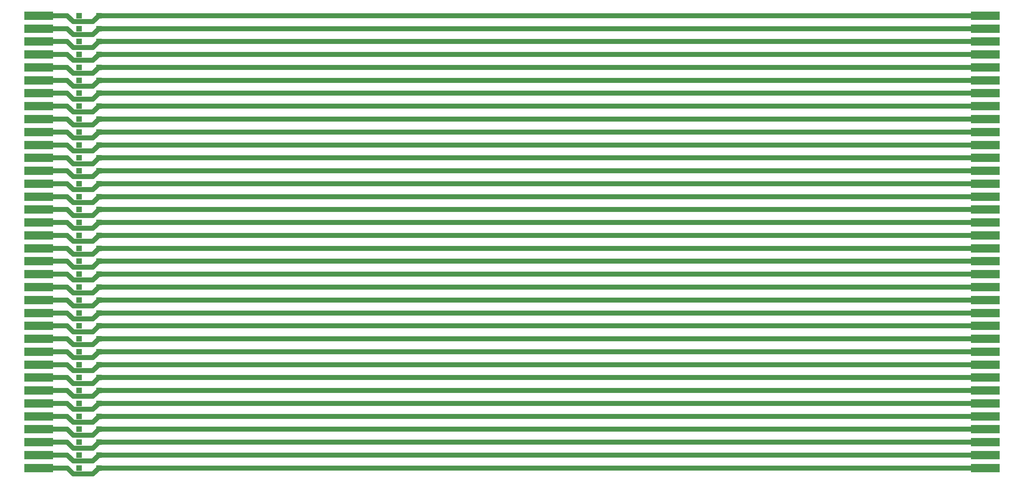
<source format=gbr>
%TF.GenerationSoftware,KiCad,Pcbnew,8.0.2*%
%TF.CreationDate,2024-05-24T22:49:43+02:00*%
%TF.ProjectId,Extender_72pin,45787465-6e64-4657-925f-373270696e2e,rev?*%
%TF.SameCoordinates,Original*%
%TF.FileFunction,Copper,L2,Bot*%
%TF.FilePolarity,Positive*%
%FSLAX46Y46*%
G04 Gerber Fmt 4.6, Leading zero omitted, Abs format (unit mm)*
G04 Created by KiCad (PCBNEW 8.0.2) date 2024-05-24 22:49:43*
%MOMM*%
%LPD*%
G01*
G04 APERTURE LIST*
%TA.AperFunction,SMDPad,CuDef*%
%ADD10R,8.800000X2.600000*%
%TD*%
%TA.AperFunction,ComponentPad*%
%ADD11R,1.700000X1.700000*%
%TD*%
%TA.AperFunction,Conductor*%
%ADD12C,1.500000*%
%TD*%
G04 APERTURE END LIST*
D10*
%TO.P,J2,1,Pin_1*%
%TO.N,/1*%
X57400000Y-181500000D03*
%TO.P,J2,2,Pin_2*%
%TO.N,/2*%
X57400000Y-177540000D03*
%TO.P,J2,3,Pin_3*%
%TO.N,/3*%
X57400000Y-173580000D03*
%TO.P,J2,4,Pin_4*%
%TO.N,/4*%
X57400000Y-169620000D03*
%TO.P,J2,5,Pin_5*%
%TO.N,/5*%
X57400000Y-165660000D03*
%TO.P,J2,6,Pin_6*%
%TO.N,/6*%
X57400000Y-161700000D03*
%TO.P,J2,7,Pin_7*%
%TO.N,/7*%
X57400000Y-157740000D03*
%TO.P,J2,8,Pin_8*%
%TO.N,/8*%
X57400000Y-153780000D03*
%TO.P,J2,9,Pin_9*%
%TO.N,/9*%
X57400000Y-149820000D03*
%TO.P,J2,10,Pin_10*%
%TO.N,/10*%
X57400000Y-145860000D03*
%TO.P,J2,11,Pin_11*%
%TO.N,/11*%
X57400000Y-141900000D03*
%TO.P,J2,12,Pin_12*%
%TO.N,/12*%
X57400000Y-137940000D03*
%TO.P,J2,13,Pin_13*%
%TO.N,/13*%
X57400000Y-133980000D03*
%TO.P,J2,14,Pin_14*%
%TO.N,/14*%
X57400000Y-130020000D03*
%TO.P,J2,15,Pin_15*%
%TO.N,/15*%
X57400000Y-126060000D03*
%TO.P,J2,16,Pin_16*%
%TO.N,/16*%
X57400000Y-122100000D03*
%TO.P,J2,17,Pin_17*%
%TO.N,/17*%
X57400000Y-118140000D03*
%TO.P,J2,18,Pin_18*%
%TO.N,/18*%
X57400000Y-114180000D03*
%TO.P,J2,19,Pin_19*%
%TO.N,/19*%
X57400000Y-110220000D03*
%TO.P,J2,20,Pin_20*%
%TO.N,/20*%
X57400000Y-106260000D03*
%TO.P,J2,21,Pin_21*%
%TO.N,/21*%
X57400000Y-102300000D03*
%TO.P,J2,22,Pin_22*%
%TO.N,/22*%
X57400000Y-98340000D03*
%TO.P,J2,23,Pin_23*%
%TO.N,/23*%
X57400000Y-94380000D03*
%TO.P,J2,24,Pin_24*%
%TO.N,/24*%
X57400000Y-90420000D03*
%TO.P,J2,25,Pin_25*%
%TO.N,/25*%
X57400000Y-86460000D03*
%TO.P,J2,26,Pin_26*%
%TO.N,/26*%
X57400000Y-82500000D03*
%TO.P,J2,27,Pin_27*%
%TO.N,/27*%
X57400000Y-78540000D03*
%TO.P,J2,28,Pin_28*%
%TO.N,/28*%
X57400000Y-74580000D03*
%TO.P,J2,29,Pin_29*%
%TO.N,/29*%
X57400000Y-70620000D03*
%TO.P,J2,30,Pin_30*%
%TO.N,/30*%
X57400000Y-66660000D03*
%TO.P,J2,31,Pin_31*%
%TO.N,/31*%
X57400000Y-62700000D03*
%TO.P,J2,32,Pin_32*%
%TO.N,/32*%
X57400000Y-58740000D03*
%TO.P,J2,33,Pin_33*%
%TO.N,/33*%
X57400000Y-54780000D03*
%TO.P,J2,34,Pin_34*%
%TO.N,/34*%
X57400000Y-50820000D03*
%TO.P,J2,35,Pin_35*%
%TO.N,/35*%
X57400000Y-46860000D03*
%TO.P,J2,36,Pin_36*%
%TO.N,/36*%
X57400000Y-42900000D03*
%TD*%
D11*
%TO.P,J74,1,Pin_1*%
%TO.N,/36*%
X75820000Y-42900000D03*
%TD*%
%TO.P,J54,1,Pin_1*%
%TO.N,/24*%
X75820000Y-90420000D03*
%TD*%
%TO.P,J66,1,Pin_1*%
%TO.N,/~{R}*%
X69730000Y-42900000D03*
%TD*%
%TO.P,J6,1,Pin_1*%
%TO.N,/D*%
X69730000Y-169620000D03*
%TD*%
%TO.P,J73,1,Pin_1*%
%TO.N,/35*%
X75820000Y-46860000D03*
%TD*%
%TO.P,J48,1,Pin_1*%
%TO.N,/18*%
X75820000Y-114180000D03*
%TD*%
%TO.P,J37,1,Pin_1*%
%TO.N,/7*%
X75820000Y-157740000D03*
%TD*%
D10*
%TO.P,J1,1,Pin_1*%
%TO.N,/1*%
X347290000Y-181500000D03*
%TO.P,J1,2,Pin_2*%
%TO.N,/2*%
X347290000Y-177540000D03*
%TO.P,J1,3,Pin_3*%
%TO.N,/3*%
X347290000Y-173580000D03*
%TO.P,J1,4,Pin_4*%
%TO.N,/4*%
X347290000Y-169620000D03*
%TO.P,J1,5,Pin_5*%
%TO.N,/5*%
X347290000Y-165660000D03*
%TO.P,J1,6,Pin_6*%
%TO.N,/6*%
X347290000Y-161700000D03*
%TO.P,J1,7,Pin_7*%
%TO.N,/7*%
X347290000Y-157740000D03*
%TO.P,J1,8,Pin_8*%
%TO.N,/8*%
X347290000Y-153780000D03*
%TO.P,J1,9,Pin_9*%
%TO.N,/9*%
X347290000Y-149820000D03*
%TO.P,J1,10,Pin_10*%
%TO.N,/10*%
X347290000Y-145860000D03*
%TO.P,J1,11,Pin_11*%
%TO.N,/11*%
X347290000Y-141900000D03*
%TO.P,J1,12,Pin_12*%
%TO.N,/12*%
X347290000Y-137940000D03*
%TO.P,J1,13,Pin_13*%
%TO.N,/13*%
X347290000Y-133980000D03*
%TO.P,J1,14,Pin_14*%
%TO.N,/14*%
X347290000Y-130020000D03*
%TO.P,J1,15,Pin_15*%
%TO.N,/15*%
X347290000Y-126060000D03*
%TO.P,J1,16,Pin_16*%
%TO.N,/16*%
X347290000Y-122100000D03*
%TO.P,J1,17,Pin_17*%
%TO.N,/17*%
X347290000Y-118140000D03*
%TO.P,J1,18,Pin_18*%
%TO.N,/18*%
X347290000Y-114180000D03*
%TO.P,J1,19,Pin_19*%
%TO.N,/19*%
X347290000Y-110220000D03*
%TO.P,J1,20,Pin_20*%
%TO.N,/20*%
X347290000Y-106260000D03*
%TO.P,J1,21,Pin_21*%
%TO.N,/21*%
X347290000Y-102300000D03*
%TO.P,J1,22,Pin_22*%
%TO.N,/22*%
X347290000Y-98340000D03*
%TO.P,J1,23,Pin_23*%
%TO.N,/23*%
X347290000Y-94380000D03*
%TO.P,J1,24,Pin_24*%
%TO.N,/24*%
X347290000Y-90420000D03*
%TO.P,J1,25,Pin_25*%
%TO.N,/25*%
X347290000Y-86460000D03*
%TO.P,J1,26,Pin_26*%
%TO.N,/26*%
X347290000Y-82500000D03*
%TO.P,J1,27,Pin_27*%
%TO.N,/27*%
X347290000Y-78540000D03*
%TO.P,J1,28,Pin_28*%
%TO.N,/28*%
X347290000Y-74580000D03*
%TO.P,J1,29,Pin_29*%
%TO.N,/29*%
X347290000Y-70620000D03*
%TO.P,J1,30,Pin_30*%
%TO.N,/30*%
X347290000Y-66660000D03*
%TO.P,J1,31,Pin_31*%
%TO.N,/31*%
X347290000Y-62700000D03*
%TO.P,J1,32,Pin_32*%
%TO.N,/32*%
X347290000Y-58740000D03*
%TO.P,J1,33,Pin_33*%
%TO.N,/33*%
X347290000Y-54780000D03*
%TO.P,J1,34,Pin_34*%
%TO.N,/34*%
X347290000Y-50820000D03*
%TO.P,J1,35,Pin_35*%
%TO.N,/35*%
X347290000Y-46860000D03*
%TO.P,J1,36,Pin_36*%
%TO.N,/36*%
X347290000Y-42900000D03*
%TD*%
D11*
%TO.P,J3,1,Pin_1*%
%TO.N,/A*%
X69730000Y-181500000D03*
%TD*%
%TO.P,J60,1,Pin_1*%
%TO.N,/~{K}*%
X69730000Y-62700000D03*
%TD*%
%TO.P,J28,1,Pin_1*%
%TO.N,/~{D}*%
X69730000Y-82500000D03*
%TD*%
%TO.P,J61,1,Pin_1*%
%TO.N,/~{L}*%
X69730000Y-58740000D03*
%TD*%
%TO.P,J51,1,Pin_1*%
%TO.N,/21*%
X75820000Y-102300000D03*
%TD*%
%TO.P,J27,1,Pin_1*%
%TO.N,/~{C}*%
X69730000Y-86460000D03*
%TD*%
%TO.P,J35,1,Pin_1*%
%TO.N,/5*%
X75820000Y-165660000D03*
%TD*%
%TO.P,J17,1,Pin_1*%
%TO.N,/S*%
X69730000Y-126060000D03*
%TD*%
%TO.P,J59,1,Pin_1*%
%TO.N,/~{J}*%
X69730000Y-66660000D03*
%TD*%
%TO.P,J55,1,Pin_1*%
%TO.N,/25*%
X75820000Y-86460000D03*
%TD*%
%TO.P,J23,1,Pin_1*%
%TO.N,/Y*%
X69730000Y-102300000D03*
%TD*%
%TO.P,J22,1,Pin_1*%
%TO.N,/X*%
X69730000Y-106260000D03*
%TD*%
%TO.P,J7,1,Pin_1*%
%TO.N,/E*%
X69730000Y-165660000D03*
%TD*%
%TO.P,J67,1,Pin_1*%
%TO.N,/29*%
X75820000Y-70620000D03*
%TD*%
%TO.P,J15,1,Pin_1*%
%TO.N,/P*%
X69730000Y-133980000D03*
%TD*%
%TO.P,J40,1,Pin_1*%
%TO.N,/10*%
X75820000Y-145860000D03*
%TD*%
%TO.P,J65,1,Pin_1*%
%TO.N,/~{F}*%
X69730000Y-74580000D03*
%TD*%
%TO.P,J21,1,Pin_1*%
%TO.N,/W*%
X69730000Y-110220000D03*
%TD*%
%TO.P,J11,1,Pin_1*%
%TO.N,/K*%
X69730000Y-149820000D03*
%TD*%
%TO.P,J68,1,Pin_1*%
%TO.N,/30*%
X75820000Y-66660000D03*
%TD*%
%TO.P,J12,1,Pin_1*%
%TO.N,/L*%
X69730000Y-145860000D03*
%TD*%
%TO.P,J29,1,Pin_1*%
%TO.N,/~{E}*%
X69730000Y-78540000D03*
%TD*%
%TO.P,J49,1,Pin_1*%
%TO.N,/19*%
X75820000Y-110220000D03*
%TD*%
%TO.P,J72,1,Pin_1*%
%TO.N,/34*%
X75820000Y-50820000D03*
%TD*%
%TO.P,J19,1,Pin_1*%
%TO.N,/U*%
X69730000Y-118140000D03*
%TD*%
%TO.P,J39,1,Pin_1*%
%TO.N,/9*%
X75820000Y-149820000D03*
%TD*%
%TO.P,J5,1,Pin_1*%
%TO.N,/C*%
X69730000Y-173580000D03*
%TD*%
%TO.P,J24,1,Pin_1*%
%TO.N,/Z*%
X69730000Y-98340000D03*
%TD*%
%TO.P,J8,1,Pin_1*%
%TO.N,/F*%
X69730000Y-161700000D03*
%TD*%
%TO.P,J38,1,Pin_1*%
%TO.N,/8*%
X75820000Y-153780000D03*
%TD*%
%TO.P,J9,1,Pin_1*%
%TO.N,/H*%
X69730000Y-157740000D03*
%TD*%
%TO.P,J69,1,Pin_1*%
%TO.N,/31*%
X75820000Y-62700000D03*
%TD*%
%TO.P,J71,1,Pin_1*%
%TO.N,/33*%
X75820000Y-54780000D03*
%TD*%
%TO.P,J47,1,Pin_1*%
%TO.N,/17*%
X75820000Y-118140000D03*
%TD*%
%TO.P,J33,1,Pin_1*%
%TO.N,/3*%
X75820000Y-173580000D03*
%TD*%
%TO.P,J13,1,Pin_1*%
%TO.N,/M*%
X69730000Y-141900000D03*
%TD*%
%TO.P,J18,1,Pin_1*%
%TO.N,/T*%
X69730000Y-122100000D03*
%TD*%
%TO.P,J16,1,Pin_1*%
%TO.N,/R*%
X69730000Y-130020000D03*
%TD*%
%TO.P,J36,1,Pin_1*%
%TO.N,/6*%
X75820000Y-161700000D03*
%TD*%
%TO.P,J43,1,Pin_1*%
%TO.N,/13*%
X75820000Y-133980000D03*
%TD*%
%TO.P,J10,1,Pin_1*%
%TO.N,/J*%
X69730000Y-153780000D03*
%TD*%
%TO.P,J32,1,Pin_1*%
%TO.N,/2*%
X75820000Y-177540000D03*
%TD*%
%TO.P,J50,1,Pin_1*%
%TO.N,/20*%
X75820000Y-106260000D03*
%TD*%
%TO.P,J52,1,Pin_1*%
%TO.N,/22*%
X75820000Y-98340000D03*
%TD*%
%TO.P,J44,1,Pin_1*%
%TO.N,/14*%
X75820000Y-130020000D03*
%TD*%
%TO.P,J4,1,Pin_1*%
%TO.N,/B*%
X69730000Y-177540000D03*
%TD*%
%TO.P,J56,1,Pin_1*%
%TO.N,/26*%
X75820000Y-82500000D03*
%TD*%
%TO.P,J25,1,Pin_1*%
%TO.N,/~{A}*%
X69730000Y-94380000D03*
%TD*%
%TO.P,J26,1,Pin_1*%
%TO.N,/~{B}*%
X69730000Y-90420000D03*
%TD*%
%TO.P,J53,1,Pin_1*%
%TO.N,/23*%
X75820000Y-94380000D03*
%TD*%
%TO.P,J63,1,Pin_1*%
%TO.N,/~{N}*%
X69730000Y-50820000D03*
%TD*%
%TO.P,J42,1,Pin_1*%
%TO.N,/12*%
X75820000Y-137940000D03*
%TD*%
%TO.P,J58,1,Pin_1*%
%TO.N,/28*%
X75820000Y-74580000D03*
%TD*%
%TO.P,J57,1,Pin_1*%
%TO.N,/27*%
X75820000Y-78540000D03*
%TD*%
%TO.P,J46,1,Pin_1*%
%TO.N,/16*%
X75820000Y-122100000D03*
%TD*%
%TO.P,J70,1,Pin_1*%
%TO.N,/32*%
X75820000Y-58740000D03*
%TD*%
%TO.P,J41,1,Pin_1*%
%TO.N,/11*%
X75820000Y-141900000D03*
%TD*%
%TO.P,J14,1,Pin_1*%
%TO.N,/N*%
X69730000Y-137940000D03*
%TD*%
%TO.P,J34,1,Pin_1*%
%TO.N,/4*%
X75820000Y-169620000D03*
%TD*%
%TO.P,J45,1,Pin_1*%
%TO.N,/15*%
X75820000Y-126060000D03*
%TD*%
%TO.P,J20,1,Pin_1*%
%TO.N,/V*%
X69730000Y-114180000D03*
%TD*%
%TO.P,J31,1,Pin_1*%
%TO.N,/1*%
X75820000Y-181500000D03*
%TD*%
%TO.P,J64,1,Pin_1*%
%TO.N,/~{P}*%
X69730000Y-46860000D03*
%TD*%
%TO.P,J30,1,Pin_1*%
%TO.N,/~{H}*%
X69730000Y-70620000D03*
%TD*%
%TO.P,J62,1,Pin_1*%
%TO.N,/~{M}*%
X69730000Y-54780000D03*
%TD*%
D12*
%TO.N,/36*%
X75820000Y-42900000D02*
X347290000Y-42900000D01*
%TO.N,/35*%
X347290000Y-46860000D02*
X75820000Y-46860000D01*
%TO.N,/34*%
X75820000Y-50820000D02*
X347290000Y-50820000D01*
%TO.N,/33*%
X347290000Y-54780000D02*
X75820000Y-54780000D01*
%TO.N,/32*%
X75820000Y-58740000D02*
X347290000Y-58740000D01*
%TO.N,/31*%
X347290000Y-62700000D02*
X75820000Y-62700000D01*
%TO.N,/30*%
X75820000Y-66660000D02*
X347290000Y-66660000D01*
%TO.N,/29*%
X347290000Y-70620000D02*
X75820000Y-70620000D01*
%TO.N,/28*%
X75820000Y-74580000D02*
X347290000Y-74580000D01*
%TO.N,/27*%
X347290000Y-78540000D02*
X75820000Y-78540000D01*
%TO.N,/26*%
X75820000Y-82500000D02*
X347290000Y-82500000D01*
%TO.N,/25*%
X347290000Y-86460000D02*
X75820000Y-86460000D01*
%TO.N,/24*%
X75820000Y-90420000D02*
X347290000Y-90420000D01*
%TO.N,/23*%
X347290000Y-94380000D02*
X75820000Y-94380000D01*
%TO.N,/22*%
X75820000Y-98340000D02*
X347290000Y-98340000D01*
%TO.N,/21*%
X347290000Y-102300000D02*
X75820000Y-102300000D01*
%TO.N,/20*%
X75820000Y-106260000D02*
X347290000Y-106260000D01*
%TO.N,/19*%
X347290000Y-110220000D02*
X75820000Y-110220000D01*
%TO.N,/18*%
X347290000Y-114180000D02*
X75820000Y-114180000D01*
%TO.N,/17*%
X75820000Y-118140000D02*
X347290000Y-118140000D01*
%TO.N,/16*%
X347290000Y-122100000D02*
X75820000Y-122100000D01*
%TO.N,/15*%
X75820000Y-126060000D02*
X347290000Y-126060000D01*
%TO.N,/14*%
X347290000Y-130020000D02*
X75820000Y-130020000D01*
%TO.N,/13*%
X75820000Y-133980000D02*
X347290000Y-133980000D01*
%TO.N,/12*%
X347290000Y-137940000D02*
X75820000Y-137940000D01*
%TO.N,/11*%
X75820000Y-141900000D02*
X347290000Y-141900000D01*
%TO.N,/10*%
X347290000Y-145860000D02*
X75820000Y-145860000D01*
%TO.N,/9*%
X75820000Y-149820000D02*
X347290000Y-149820000D01*
%TO.N,/8*%
X347290000Y-153780000D02*
X75820000Y-153780000D01*
%TO.N,/7*%
X75820000Y-157740000D02*
X347290000Y-157740000D01*
%TO.N,/6*%
X347290000Y-161700000D02*
X75820000Y-161700000D01*
%TO.N,/5*%
X75820000Y-165660000D02*
X347290000Y-165660000D01*
%TO.N,/4*%
X347290000Y-169620000D02*
X75820000Y-169620000D01*
%TO.N,/3*%
X75820000Y-173580000D02*
X347290000Y-173580000D01*
%TO.N,/2*%
X347290000Y-177540000D02*
X75820000Y-177540000D01*
%TO.N,/1*%
X75820000Y-181500000D02*
X347290000Y-181500000D01*
X57400000Y-181500000D02*
X57420000Y-181520000D01*
X57420000Y-181520000D02*
X66150000Y-181520000D01*
X66150000Y-181520000D02*
X67930000Y-183300000D01*
X74020000Y-183300000D02*
X75820000Y-181500000D01*
X67930000Y-183300000D02*
X74020000Y-183300000D01*
%TO.N,/2*%
X57400000Y-177540000D02*
X66130000Y-177540000D01*
X66130000Y-177540000D02*
X67930000Y-179340000D01*
X67930000Y-179340000D02*
X74020000Y-179340000D01*
X74020000Y-179340000D02*
X75820000Y-177540000D01*
%TO.N,/3*%
X57400000Y-173580000D02*
X66130000Y-173580000D01*
X66130000Y-173580000D02*
X67930000Y-175380000D01*
X67930000Y-175380000D02*
X74020000Y-175380000D01*
X74020000Y-175380000D02*
X75820000Y-173580000D01*
%TO.N,/4*%
X57400000Y-169620000D02*
X66130000Y-169620000D01*
X74020000Y-171420000D02*
X75820000Y-169620000D01*
X66130000Y-169620000D02*
X67930000Y-171420000D01*
X67930000Y-171420000D02*
X74020000Y-171420000D01*
%TO.N,/5*%
X57400000Y-165660000D02*
X66130000Y-165660000D01*
X66130000Y-165660000D02*
X67930000Y-167460000D01*
X67930000Y-167460000D02*
X74020000Y-167460000D01*
X74020000Y-167460000D02*
X75820000Y-165660000D01*
%TO.N,/6*%
X57400000Y-161700000D02*
X66130000Y-161700000D01*
X67930000Y-163500000D02*
X74020000Y-163500000D01*
X74020000Y-163500000D02*
X75820000Y-161700000D01*
X66130000Y-161700000D02*
X67930000Y-163500000D01*
%TO.N,/7*%
X57400000Y-157740000D02*
X66130000Y-157740000D01*
X67930000Y-159540000D02*
X74020000Y-159540000D01*
X74020000Y-159540000D02*
X75820000Y-157740000D01*
X66130000Y-157740000D02*
X67930000Y-159540000D01*
%TO.N,/8*%
X57400000Y-153780000D02*
X66130000Y-153780000D01*
X66130000Y-153780000D02*
X67930000Y-155580000D01*
X67930000Y-155580000D02*
X74020000Y-155580000D01*
X74020000Y-155580000D02*
X75820000Y-153780000D01*
%TO.N,/9*%
X57400000Y-149820000D02*
X66130000Y-149820000D01*
X67930000Y-151620000D02*
X74020000Y-151620000D01*
X66130000Y-149820000D02*
X67930000Y-151620000D01*
X74020000Y-151620000D02*
X75820000Y-149820000D01*
%TO.N,/10*%
X57400000Y-145860000D02*
X66130000Y-145860000D01*
X66130000Y-145860000D02*
X67930000Y-147660000D01*
X67930000Y-147660000D02*
X74020000Y-147660000D01*
X74020000Y-147660000D02*
X75820000Y-145860000D01*
%TO.N,/11*%
X57400000Y-141900000D02*
X66130000Y-141900000D01*
X66130000Y-141900000D02*
X67930000Y-143700000D01*
X74020000Y-143700000D02*
X75820000Y-141900000D01*
X67930000Y-143700000D02*
X74020000Y-143700000D01*
%TO.N,/12*%
X57400000Y-137940000D02*
X66130000Y-137940000D01*
X74020000Y-139740000D02*
X75820000Y-137940000D01*
X66130000Y-137940000D02*
X67930000Y-139740000D01*
X67930000Y-139740000D02*
X74020000Y-139740000D01*
%TO.N,/13*%
X57400000Y-133980000D02*
X66130000Y-133980000D01*
X66130000Y-133980000D02*
X67930000Y-135780000D01*
X67930000Y-135780000D02*
X74020000Y-135780000D01*
X74020000Y-135780000D02*
X75820000Y-133980000D01*
%TO.N,/14*%
X57400000Y-130020000D02*
X66130000Y-130020000D01*
X66130000Y-130020000D02*
X67930000Y-131820000D01*
X67930000Y-131820000D02*
X74020000Y-131820000D01*
X74020000Y-131820000D02*
X75820000Y-130020000D01*
%TO.N,/15*%
X57400000Y-126060000D02*
X66130000Y-126060000D01*
X74020000Y-127860000D02*
X75820000Y-126060000D01*
X66130000Y-126060000D02*
X67930000Y-127860000D01*
X67930000Y-127860000D02*
X74020000Y-127860000D01*
%TO.N,/16*%
X57400000Y-122100000D02*
X66130000Y-122100000D01*
X67930000Y-123900000D02*
X74020000Y-123900000D01*
X74020000Y-123900000D02*
X75820000Y-122100000D01*
X66130000Y-122100000D02*
X67930000Y-123900000D01*
%TO.N,/17*%
X57400000Y-118140000D02*
X66130000Y-118140000D01*
X66130000Y-118140000D02*
X67930000Y-119940000D01*
X67930000Y-119940000D02*
X74020000Y-119940000D01*
X74020000Y-119940000D02*
X75820000Y-118140000D01*
%TO.N,/18*%
X57400000Y-114180000D02*
X66130000Y-114180000D01*
X66130000Y-114180000D02*
X67930000Y-115980000D01*
X74020000Y-115980000D02*
X75820000Y-114180000D01*
X67930000Y-115980000D02*
X74020000Y-115980000D01*
%TO.N,/19*%
X57400000Y-110220000D02*
X66130000Y-110220000D01*
X66130000Y-110220000D02*
X67930000Y-112020000D01*
X67930000Y-112020000D02*
X74020000Y-112020000D01*
X74020000Y-112020000D02*
X75820000Y-110220000D01*
%TO.N,/20*%
X57400000Y-106260000D02*
X66130000Y-106260000D01*
X66130000Y-106260000D02*
X67930000Y-108060000D01*
X74020000Y-108060000D02*
X75820000Y-106260000D01*
X67930000Y-108060000D02*
X74020000Y-108060000D01*
%TO.N,/21*%
X57400000Y-102300000D02*
X66130000Y-102300000D01*
X74020000Y-104100000D02*
X75820000Y-102300000D01*
X66130000Y-102300000D02*
X67930000Y-104100000D01*
X67930000Y-104100000D02*
X74020000Y-104100000D01*
%TO.N,/22*%
X57400000Y-98340000D02*
X66130000Y-98340000D01*
X66130000Y-98340000D02*
X67930000Y-100140000D01*
X67930000Y-100140000D02*
X74020000Y-100140000D01*
X74020000Y-100140000D02*
X75820000Y-98340000D01*
%TO.N,/23*%
X57400000Y-94380000D02*
X66130000Y-94380000D01*
X66130000Y-94380000D02*
X67930000Y-96180000D01*
X67930000Y-96180000D02*
X74020000Y-96180000D01*
X74020000Y-96180000D02*
X75820000Y-94380000D01*
%TO.N,/24*%
X57400000Y-90420000D02*
X66130000Y-90420000D01*
X66130000Y-90420000D02*
X67930000Y-92220000D01*
X67930000Y-92220000D02*
X74020000Y-92220000D01*
X74020000Y-92220000D02*
X75820000Y-90420000D01*
%TO.N,/25*%
X57400000Y-86460000D02*
X66130000Y-86460000D01*
X66130000Y-86460000D02*
X67930000Y-88260000D01*
X67930000Y-88260000D02*
X74020000Y-88260000D01*
X74020000Y-88260000D02*
X75820000Y-86460000D01*
%TO.N,/26*%
X57400000Y-82500000D02*
X66130000Y-82500000D01*
X66130000Y-82500000D02*
X67930000Y-84300000D01*
X67930000Y-84300000D02*
X74020000Y-84300000D01*
X74020000Y-84300000D02*
X75820000Y-82500000D01*
%TO.N,/27*%
X57400000Y-78540000D02*
X66130000Y-78540000D01*
X66130000Y-78540000D02*
X67930000Y-80340000D01*
X67930000Y-80340000D02*
X74020000Y-80340000D01*
X74020000Y-80340000D02*
X75820000Y-78540000D01*
%TO.N,/28*%
X57400000Y-74580000D02*
X66130000Y-74580000D01*
X66130000Y-74580000D02*
X67930000Y-76380000D01*
X67930000Y-76380000D02*
X74020000Y-76380000D01*
X74020000Y-76380000D02*
X75820000Y-74580000D01*
%TO.N,/29*%
X57400000Y-70620000D02*
X66130000Y-70620000D01*
X66130000Y-70620000D02*
X67930000Y-72420000D01*
X67930000Y-72420000D02*
X74020000Y-72420000D01*
X74020000Y-72420000D02*
X75820000Y-70620000D01*
%TO.N,/30*%
X57400000Y-66660000D02*
X66130000Y-66660000D01*
X74020000Y-68460000D02*
X75820000Y-66660000D01*
X66130000Y-66660000D02*
X67930000Y-68460000D01*
X67930000Y-68460000D02*
X74020000Y-68460000D01*
%TO.N,/31*%
X57400000Y-62700000D02*
X66130000Y-62700000D01*
X66130000Y-62700000D02*
X67930000Y-64500000D01*
X67930000Y-64500000D02*
X74020000Y-64500000D01*
X74020000Y-64500000D02*
X75820000Y-62700000D01*
%TO.N,/32*%
X57400000Y-58740000D02*
X66130000Y-58740000D01*
X66130000Y-58740000D02*
X67930000Y-60540000D01*
X67930000Y-60540000D02*
X74020000Y-60540000D01*
X74020000Y-60540000D02*
X75820000Y-58740000D01*
%TO.N,/33*%
X57400000Y-54780000D02*
X66130000Y-54780000D01*
X66130000Y-54780000D02*
X67930000Y-56580000D01*
X74020000Y-56580000D02*
X75820000Y-54780000D01*
X67930000Y-56580000D02*
X74020000Y-56580000D01*
%TO.N,/34*%
X57400000Y-50820000D02*
X66130000Y-50820000D01*
X66130000Y-50820000D02*
X67930000Y-52620000D01*
X67930000Y-52620000D02*
X74020000Y-52620000D01*
X74020000Y-52620000D02*
X75820000Y-50820000D01*
%TO.N,/35*%
X57400000Y-46860000D02*
X66130000Y-46860000D01*
X66130000Y-46860000D02*
X67930000Y-48660000D01*
X74020000Y-48660000D02*
X75820000Y-46860000D01*
X67930000Y-48660000D02*
X74020000Y-48660000D01*
%TO.N,/36*%
X57400000Y-42900000D02*
X66130000Y-42900000D01*
X66130000Y-42900000D02*
X67930000Y-44700000D01*
X67930000Y-44700000D02*
X74020000Y-44700000D01*
X74020000Y-44700000D02*
X75820000Y-42900000D01*
%TD*%
M02*

</source>
